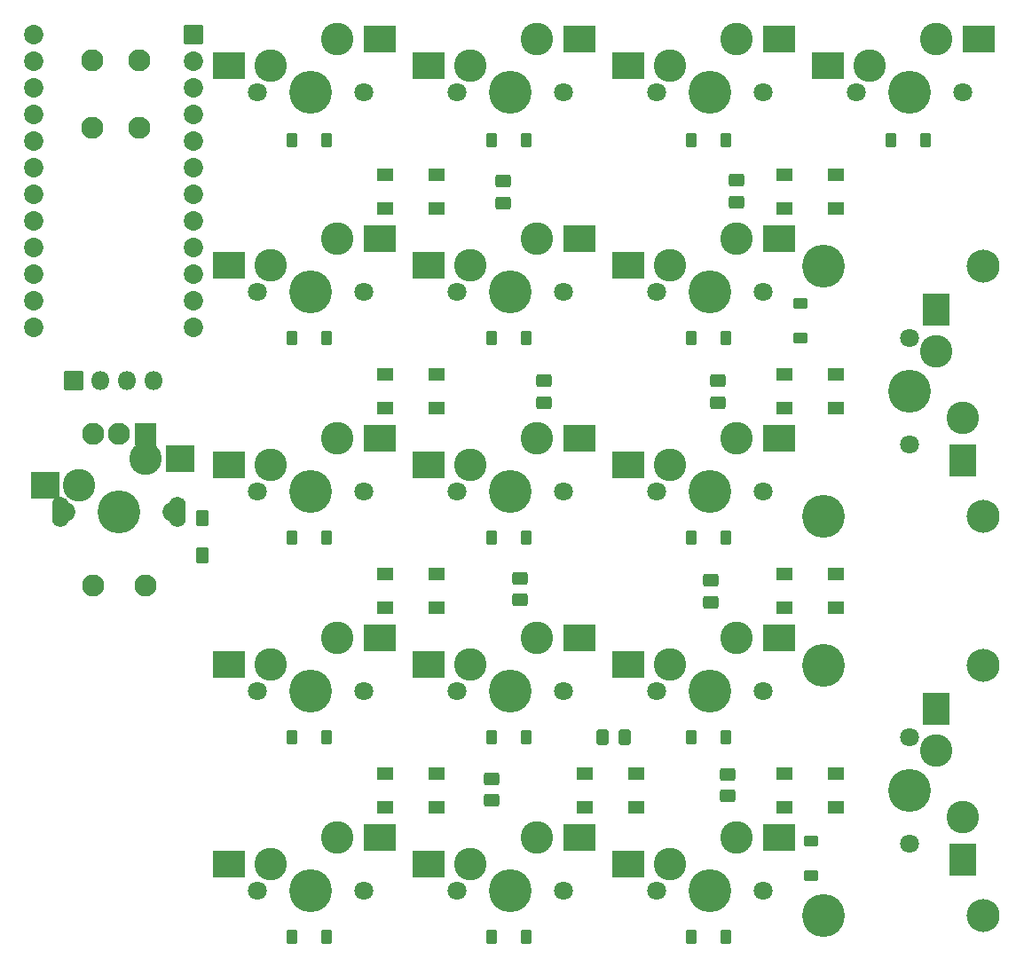
<source format=gbs>
G04 #@! TF.GenerationSoftware,KiCad,Pcbnew,(6.0.0)*
G04 #@! TF.CreationDate,2023-01-06T10:55:49+07:00*
G04 #@! TF.ProjectId,yampad_v2,79616d70-6164-45f7-9632-2e6b69636164,2.0*
G04 #@! TF.SameCoordinates,Original*
G04 #@! TF.FileFunction,Soldermask,Bot*
G04 #@! TF.FilePolarity,Negative*
%FSLAX46Y46*%
G04 Gerber Fmt 4.6, Leading zero omitted, Abs format (unit mm)*
G04 Created by KiCad (PCBNEW (6.0.0)) date 2023-01-06 10:55:49*
%MOMM*%
%LPD*%
G01*
G04 APERTURE LIST*
G04 Aperture macros list*
%AMRoundRect*
0 Rectangle with rounded corners*
0 $1 Rounding radius*
0 $2 $3 $4 $5 $6 $7 $8 $9 X,Y pos of 4 corners*
0 Add a 4 corners polygon primitive as box body*
4,1,4,$2,$3,$4,$5,$6,$7,$8,$9,$2,$3,0*
0 Add four circle primitives for the rounded corners*
1,1,$1+$1,$2,$3*
1,1,$1+$1,$4,$5*
1,1,$1+$1,$6,$7*
1,1,$1+$1,$8,$9*
0 Add four rect primitives between the rounded corners*
20,1,$1+$1,$2,$3,$4,$5,0*
20,1,$1+$1,$4,$5,$6,$7,0*
20,1,$1+$1,$6,$7,$8,$9,0*
20,1,$1+$1,$8,$9,$2,$3,0*%
G04 Aperture macros list end*
%ADD10RoundRect,0.051000X0.850000X-0.850000X0.850000X0.850000X-0.850000X0.850000X-0.850000X-0.850000X0*%
%ADD11O,1.802000X1.802000*%
%ADD12C,1.803800*%
%ADD13C,3.102000*%
%ADD14C,4.089800*%
%ADD15RoundRect,0.051000X-1.500000X-1.250000X1.500000X-1.250000X1.500000X1.250000X-1.500000X1.250000X0*%
%ADD16C,3.150000*%
%ADD17RoundRect,0.051000X-1.250000X1.500000X-1.250000X-1.500000X1.250000X-1.500000X1.250000X1.500000X0*%
%ADD18O,1.602000X2.902000*%
%ADD19C,1.852000*%
%ADD20RoundRect,0.051000X-1.000000X1.000000X-1.000000X-1.000000X1.000000X-1.000000X1.000000X1.000000X0*%
%ADD21C,2.102000*%
%ADD22C,0.702000*%
%ADD23RoundRect,0.051000X1.275000X1.250000X-1.275000X1.250000X-1.275000X-1.250000X1.275000X-1.250000X0*%
%ADD24RoundRect,0.051000X-0.876300X0.876300X-0.876300X-0.876300X0.876300X-0.876300X0.876300X0.876300X0*%
%ADD25C,1.854600*%
%ADD26RoundRect,0.051000X0.750000X0.500000X-0.750000X0.500000X-0.750000X-0.500000X0.750000X-0.500000X0*%
%ADD27RoundRect,0.051000X-0.750000X-0.500000X0.750000X-0.500000X0.750000X0.500000X-0.750000X0.500000X0*%
%ADD28RoundRect,0.051000X0.450000X0.600000X-0.450000X0.600000X-0.450000X-0.600000X0.450000X-0.600000X0*%
%ADD29RoundRect,0.301000X-0.450000X0.325000X-0.450000X-0.325000X0.450000X-0.325000X0.450000X0.325000X0*%
%ADD30RoundRect,0.301000X-0.325000X-0.450000X0.325000X-0.450000X0.325000X0.450000X-0.325000X0.450000X0*%
%ADD31RoundRect,0.301000X0.450000X-0.325000X0.450000X0.325000X-0.450000X0.325000X-0.450000X-0.325000X0*%
%ADD32RoundRect,0.051000X0.600000X-0.450000X0.600000X0.450000X-0.600000X0.450000X-0.600000X-0.450000X0*%
%ADD33RoundRect,0.051000X-0.500000X0.700000X-0.500000X-0.700000X0.500000X-0.700000X0.500000X0.700000X0*%
G04 APERTURE END LIST*
D10*
X71374000Y-97663000D03*
D11*
X73914000Y-97663000D03*
X76454000Y-97663000D03*
X78994000Y-97663000D03*
D12*
X99060000Y-146304000D03*
D13*
X90170000Y-143764000D03*
D12*
X88900000Y-146304000D03*
D13*
X96520000Y-141224000D03*
D14*
X93980000Y-146304000D03*
D15*
X100580000Y-141224000D03*
X86180000Y-143764000D03*
D14*
X113030000Y-146304000D03*
D12*
X107950000Y-146304000D03*
X118110000Y-146304000D03*
D13*
X109220000Y-143764000D03*
X115570000Y-141224000D03*
D15*
X119630000Y-141224000D03*
X105230000Y-143764000D03*
D16*
X158115000Y-124841000D03*
D12*
X151130000Y-131699000D03*
D13*
X153670000Y-132969000D03*
D14*
X151130000Y-136779000D03*
X142875000Y-148717000D03*
D12*
X151130000Y-141859000D03*
D13*
X156210000Y-139319000D03*
D14*
X142875000Y-124841000D03*
D16*
X158115000Y-148717000D03*
D17*
X156210000Y-143379000D03*
X153670000Y-128979000D03*
D12*
X118110000Y-70104000D03*
X107950000Y-70104000D03*
D13*
X115570000Y-65024000D03*
X109220000Y-67564000D03*
D14*
X113030000Y-70104000D03*
D15*
X119630000Y-65024000D03*
X105230000Y-67564000D03*
D13*
X153670000Y-65024000D03*
X147320000Y-67564000D03*
D14*
X151130000Y-70104000D03*
D12*
X156210000Y-70104000D03*
X146050000Y-70104000D03*
D15*
X157730000Y-65024000D03*
X143330000Y-67564000D03*
D14*
X93980000Y-89154000D03*
D13*
X96520000Y-84074000D03*
D12*
X88900000Y-89154000D03*
X99060000Y-89154000D03*
D13*
X90170000Y-86614000D03*
D15*
X100580000Y-84074000D03*
X86180000Y-86614000D03*
D13*
X109220000Y-86614000D03*
D14*
X113030000Y-89154000D03*
D12*
X118110000Y-89154000D03*
D13*
X115570000Y-84074000D03*
D12*
X107950000Y-89154000D03*
D15*
X119630000Y-84074000D03*
X105230000Y-86614000D03*
D14*
X132080000Y-89154000D03*
D13*
X134620000Y-84074000D03*
D12*
X137160000Y-89154000D03*
X127000000Y-89154000D03*
D13*
X128270000Y-86614000D03*
D15*
X138680000Y-84074000D03*
X124280000Y-86614000D03*
D13*
X90170000Y-105664000D03*
D12*
X99060000Y-108204000D03*
D14*
X93980000Y-108204000D03*
D12*
X88900000Y-108204000D03*
D13*
X96520000Y-103124000D03*
D15*
X100580000Y-103124000D03*
X86180000Y-105664000D03*
D14*
X113030000Y-108204000D03*
D13*
X115570000Y-103124000D03*
X109220000Y-105664000D03*
D12*
X118110000Y-108204000D03*
X107950000Y-108204000D03*
D15*
X119630000Y-103124000D03*
X105230000Y-105664000D03*
D13*
X134620000Y-103124000D03*
D14*
X132080000Y-108204000D03*
D12*
X127000000Y-108204000D03*
D13*
X128270000Y-105664000D03*
D12*
X137160000Y-108204000D03*
D15*
X138680000Y-103124000D03*
X124280000Y-105664000D03*
D13*
X90170000Y-124714000D03*
D12*
X88900000Y-127254000D03*
D13*
X96520000Y-122174000D03*
D12*
X99060000Y-127254000D03*
D14*
X93980000Y-127254000D03*
D15*
X100580000Y-122174000D03*
X86180000Y-124714000D03*
D13*
X115570000Y-122174000D03*
D12*
X107950000Y-127254000D03*
X118110000Y-127254000D03*
D13*
X109220000Y-124714000D03*
D14*
X113030000Y-127254000D03*
D15*
X119630000Y-122174000D03*
X105230000Y-124714000D03*
D12*
X127000000Y-127254000D03*
X137160000Y-127254000D03*
D13*
X128270000Y-124714000D03*
X134620000Y-122174000D03*
D14*
X132080000Y-127254000D03*
D15*
X138680000Y-122174000D03*
X124280000Y-124714000D03*
D13*
X134620000Y-141224000D03*
D12*
X127000000Y-146304000D03*
D13*
X128270000Y-143764000D03*
D12*
X137160000Y-146304000D03*
D14*
X132080000Y-146304000D03*
D15*
X138680000Y-141224000D03*
X124280000Y-143764000D03*
D12*
X99060000Y-70104000D03*
X88900000Y-70104000D03*
D14*
X93980000Y-70104000D03*
D13*
X96520000Y-65024000D03*
X90170000Y-67564000D03*
D15*
X100580000Y-65024000D03*
X86180000Y-67564000D03*
D14*
X132080000Y-70104000D03*
D13*
X128270000Y-67564000D03*
X134620000Y-65024000D03*
D12*
X127000000Y-70104000D03*
X137160000Y-70104000D03*
D15*
X138680000Y-65024000D03*
X124280000Y-67564000D03*
D14*
X142875000Y-86741000D03*
D16*
X158115000Y-86741000D03*
D14*
X151130000Y-98679000D03*
D12*
X151130000Y-93599000D03*
D16*
X158115000Y-110617000D03*
D13*
X156210000Y-101219000D03*
X153670000Y-94869000D03*
D12*
X151130000Y-103759000D03*
D14*
X142875000Y-110617000D03*
D17*
X156210000Y-105279000D03*
X153670000Y-90879000D03*
D14*
X75680000Y-110190000D03*
D13*
X78220000Y-105110000D03*
D18*
X70080000Y-110190000D03*
D19*
X70600000Y-110190000D03*
X80760000Y-110190000D03*
D13*
X71870000Y-107650000D03*
D18*
X81280000Y-110190000D03*
D20*
X78180000Y-102690000D03*
D21*
X73180000Y-102690000D03*
X75680000Y-102690000D03*
D22*
X68595000Y-107650000D03*
D23*
X68595000Y-107650000D03*
D21*
X73180000Y-117190000D03*
D22*
X81522000Y-105110000D03*
D21*
X78180000Y-117190000D03*
D23*
X81522000Y-105110000D03*
D24*
X82804000Y-64643000D03*
D25*
X82804000Y-67183000D03*
X82804000Y-69723000D03*
X82804000Y-72263000D03*
X82804000Y-74803000D03*
X82804000Y-77343000D03*
X82804000Y-79883000D03*
X82804000Y-82423000D03*
X82804000Y-84963000D03*
X82804000Y-87503000D03*
X82804000Y-90043000D03*
X82804000Y-92583000D03*
X67564000Y-92583000D03*
X67564000Y-90043000D03*
X67564000Y-87503000D03*
X67564000Y-84963000D03*
X67564000Y-82423000D03*
X67564000Y-79883000D03*
X67564000Y-77343000D03*
X67564000Y-74803000D03*
X67564000Y-72263000D03*
X67564000Y-69723000D03*
X67564000Y-67183000D03*
X67564000Y-64643000D03*
D26*
X105955000Y-116129000D03*
X105955000Y-119329000D03*
X101055000Y-119329000D03*
X101055000Y-116129000D03*
D27*
X139155000Y-119329000D03*
X139155000Y-116129000D03*
X144055000Y-116129000D03*
X144055000Y-119329000D03*
D28*
X114553000Y-74676000D03*
X111253000Y-74676000D03*
D21*
X77597000Y-67033000D03*
X77597000Y-73533000D03*
X73097000Y-67033000D03*
X73097000Y-73533000D03*
D28*
X114553000Y-112649000D03*
X111253000Y-112649000D03*
X95503000Y-112649000D03*
X92203000Y-112649000D03*
X133603000Y-112649000D03*
X130303000Y-112649000D03*
D29*
X133750000Y-135225000D03*
X133750000Y-137275000D03*
D28*
X114553000Y-131699000D03*
X111253000Y-131699000D03*
D30*
X121825000Y-131700000D03*
X123875000Y-131700000D03*
D28*
X95503000Y-131699000D03*
X92203000Y-131699000D03*
X133603000Y-150749000D03*
X130303000Y-150749000D03*
D31*
X111250000Y-137675000D03*
X111250000Y-135625000D03*
D28*
X114553000Y-150749000D03*
X111253000Y-150749000D03*
D26*
X125005000Y-135179000D03*
X125005000Y-138379000D03*
X120105000Y-138379000D03*
X120105000Y-135179000D03*
D28*
X133603000Y-131699000D03*
X130303000Y-131699000D03*
D26*
X105955000Y-78029000D03*
X105955000Y-81229000D03*
X101055000Y-81229000D03*
X101055000Y-78029000D03*
X105955000Y-135179000D03*
X105955000Y-138379000D03*
X101055000Y-138379000D03*
X101055000Y-135179000D03*
D28*
X95503000Y-74676000D03*
X92203000Y-74676000D03*
D27*
X139155000Y-81229000D03*
X139155000Y-78029000D03*
X144055000Y-78029000D03*
X144055000Y-81229000D03*
D28*
X95503000Y-150749000D03*
X92203000Y-150749000D03*
D31*
X112300000Y-80675000D03*
X112300000Y-78625000D03*
X116200000Y-99725000D03*
X116200000Y-97675000D03*
X113950000Y-116525000D03*
X113950000Y-118575000D03*
D29*
X132100000Y-116725000D03*
X132100000Y-118775000D03*
X132800000Y-97675000D03*
X132800000Y-99725000D03*
X134600000Y-78525000D03*
X134600000Y-80575000D03*
D28*
X133603000Y-74676000D03*
X130303000Y-74676000D03*
X152653000Y-74676000D03*
X149353000Y-74676000D03*
X114553000Y-93599000D03*
X111253000Y-93599000D03*
X133603000Y-93599000D03*
X130303000Y-93599000D03*
D32*
X140650000Y-93600000D03*
X140650000Y-90300000D03*
X141732000Y-144906000D03*
X141732000Y-141606000D03*
D26*
X105955000Y-97079000D03*
X105955000Y-100279000D03*
X101055000Y-100279000D03*
X101055000Y-97079000D03*
D27*
X139155000Y-138379000D03*
X139155000Y-135179000D03*
X144055000Y-135179000D03*
X144055000Y-138379000D03*
X139155000Y-100279000D03*
X139155000Y-97079000D03*
X144055000Y-97079000D03*
X144055000Y-100279000D03*
D28*
X95503000Y-93599000D03*
X92203000Y-93599000D03*
D33*
X83630000Y-110775000D03*
X83630000Y-114325000D03*
G36*
X69545497Y-108950000D02*
G01*
X69545497Y-108952000D01*
X69545164Y-108952429D01*
X69460828Y-109035017D01*
X69395028Y-109137119D01*
X69393249Y-109138034D01*
X69391568Y-109136950D01*
X69391403Y-109135565D01*
X69407272Y-109070149D01*
X69384620Y-109004700D01*
X69330100Y-108961825D01*
X69284123Y-108952964D01*
X69282612Y-108951654D01*
X69282991Y-108949690D01*
X69284502Y-108949000D01*
X69543765Y-108949000D01*
X69545497Y-108950000D01*
G37*
G36*
X79212841Y-103729418D02*
G01*
X79212508Y-103730660D01*
X79202576Y-103745523D01*
X79202448Y-103745695D01*
X79178696Y-103774115D01*
X79170063Y-103842830D01*
X79200063Y-103905539D01*
X79207148Y-103912788D01*
X79256512Y-103959225D01*
X79257089Y-103961140D01*
X79255718Y-103962597D01*
X79253843Y-103962203D01*
X79130473Y-103856836D01*
X78944228Y-103742705D01*
X78943274Y-103740948D01*
X78944319Y-103739242D01*
X78945273Y-103739000D01*
X79179801Y-103739000D01*
X79198738Y-103735233D01*
X79209734Y-103727886D01*
X79211730Y-103727755D01*
X79212841Y-103729418D01*
G37*
G36*
X77180199Y-103739000D02*
G01*
X77494727Y-103739000D01*
X77496459Y-103740000D01*
X77496459Y-103742000D01*
X77495772Y-103742705D01*
X77309527Y-103856836D01*
X77198259Y-103951867D01*
X77196292Y-103952231D01*
X77194993Y-103950710D01*
X77195628Y-103948854D01*
X77199331Y-103945549D01*
X77236072Y-103886490D01*
X77235056Y-103817238D01*
X77196742Y-103759501D01*
X77180430Y-103751666D01*
X77179302Y-103750014D01*
X77179482Y-103749329D01*
X77165528Y-103740005D01*
X77164643Y-103738211D01*
X77165754Y-103736548D01*
X77167029Y-103736380D01*
X77180199Y-103739000D01*
G37*
M02*

</source>
